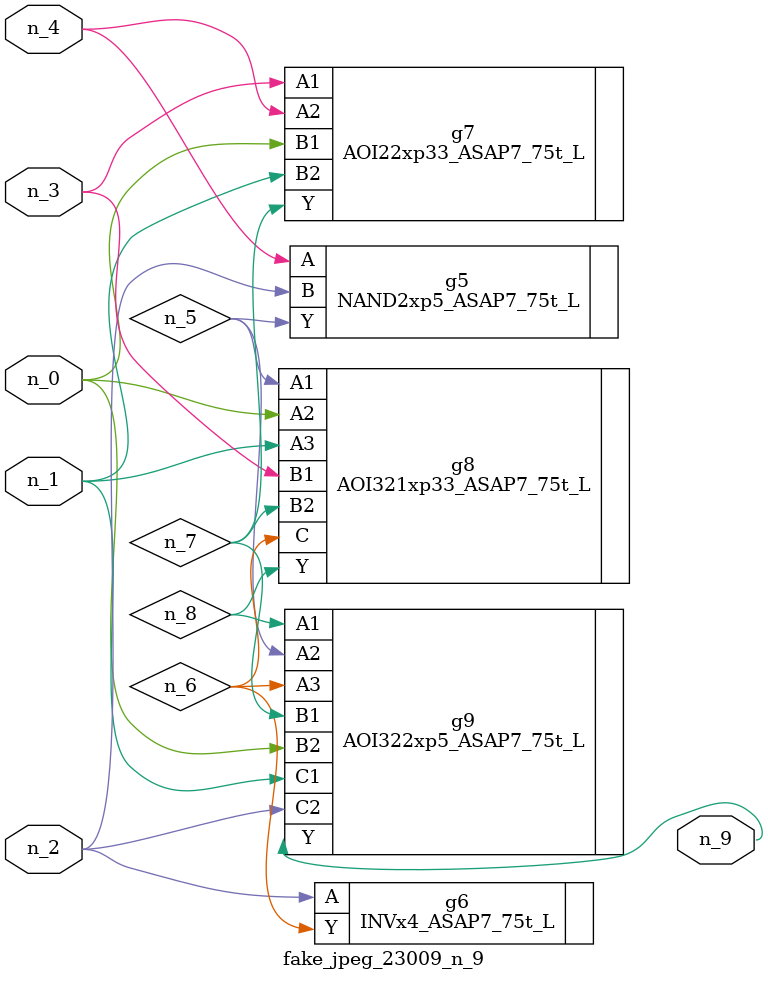
<source format=v>
module fake_jpeg_23009_n_9 (n_3, n_2, n_1, n_0, n_4, n_9);

input n_3;
input n_2;
input n_1;
input n_0;
input n_4;

output n_9;

wire n_8;
wire n_6;
wire n_5;
wire n_7;

NAND2xp5_ASAP7_75t_L g5 ( 
.A(n_4),
.B(n_2),
.Y(n_5)
);

INVx4_ASAP7_75t_L g6 ( 
.A(n_2),
.Y(n_6)
);

AOI22xp33_ASAP7_75t_L g7 ( 
.A1(n_3),
.A2(n_4),
.B1(n_0),
.B2(n_1),
.Y(n_7)
);

AOI321xp33_ASAP7_75t_L g8 ( 
.A1(n_5),
.A2(n_0),
.A3(n_1),
.B1(n_3),
.B2(n_7),
.C(n_6),
.Y(n_8)
);

AOI322xp5_ASAP7_75t_L g9 ( 
.A1(n_8),
.A2(n_5),
.A3(n_6),
.B1(n_7),
.B2(n_0),
.C1(n_1),
.C2(n_2),
.Y(n_9)
);


endmodule
</source>
